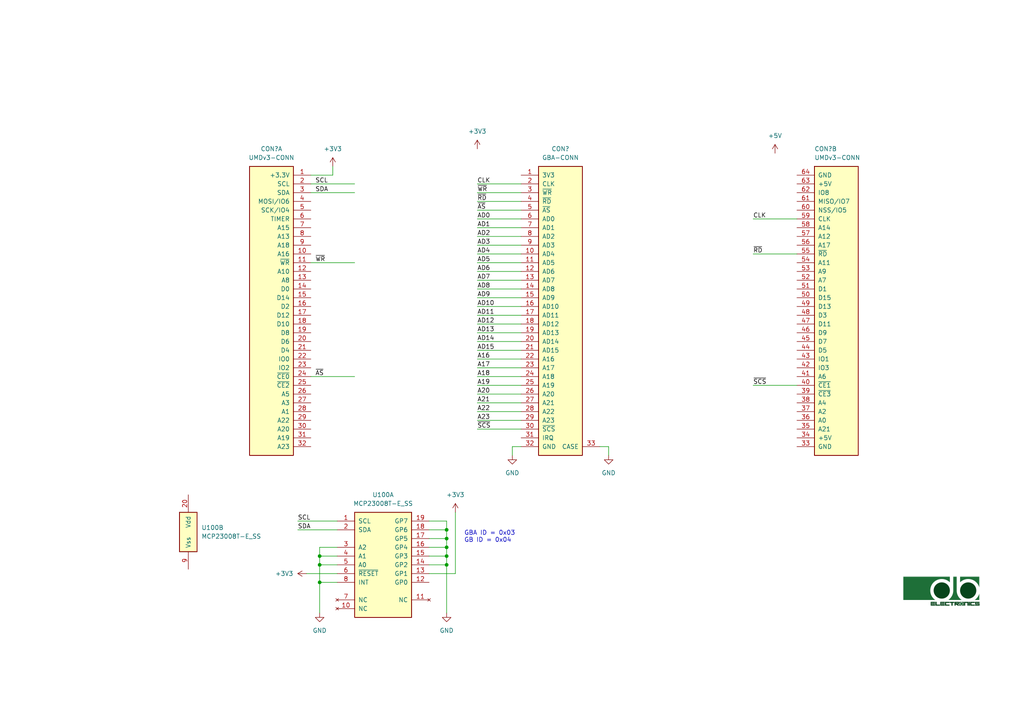
<source format=kicad_sch>
(kicad_sch (version 20230121) (generator eeschema)
  (paper "A4")
  (title_block (title "GBA UMDv3 Cartridge Adapter") (date "2023-12-17") (rev "0.1") (company "db Electronics") (comment 1 "https://github.com/db-electronics/UMDv3-gba-kicad") (comment 2 "Licensed under CERN OHL v1.2") (comment 3 "Copyright René Richard 2023"))
  (lib_symbols
    (symbol "db-sem:MCP23008T-E_SS" (pin_names (offset 1.016))
      (property "Reference" "U" (at 2.54 3.81 0))
      (property "Value" "MCP23008T-E_SS" (at 8.89 1.27 0))
      (symbol "MCP23008T-E_SS_1_1"
        (rectangle (start 0 0) (end 16.51 -30.48) (stroke (width 0.254)) (fill (type background)))
        (pin input line (at -5.08 -2.54 0) (length 5.08) (name "SCL") (number "1"))
        (pin no_connect line (at -5.08 -27.94 0) (length 5.08) (name "NC") (number "10"))
        (pin no_connect line (at 21.59 -25.4 180) (length 5.08) (name "NC") (number "11"))
        (pin bidirectional line (at 21.59 -20.32 180) (length 5.08) (name "GP0") (number "12"))
        (pin bidirectional line (at 21.59 -17.78 180) (length 5.08) (name "GP1") (number "13"))
        (pin bidirectional line (at 21.59 -15.24 180) (length 5.08) (name "GP2") (number "14"))
        (pin bidirectional line (at 21.59 -12.7 180) (length 5.08) (name "GP3") (number "15"))
        (pin bidirectional line (at 21.59 -10.16 180) (length 5.08) (name "GP4") (number "16"))
        (pin bidirectional line (at 21.59 -7.62 180) (length 5.08) (name "GP5") (number "17"))
        (pin bidirectional line (at 21.59 -5.08 180) (length 5.08) (name "GP6") (number "18"))
        (pin bidirectional line (at 21.59 -2.54 180) (length 5.08) (name "GP7") (number "19"))
        (pin bidirectional line (at -5.08 -5.08 0) (length 5.08) (name "SDA") (number "2"))
        (pin input line (at -5.08 -10.16 0) (length 5.08) (name "A2") (number "3"))
        (pin input line (at -5.08 -12.7 0) (length 5.08) (name "A1") (number "4"))
        (pin input line (at -5.08 -15.24 0) (length 5.08) (name "A0") (number "5"))
        (pin input line (at -5.08 -17.78 0) (length 5.08) (name "~{RESET}") (number "6"))
        (pin no_connect line (at -5.08 -25.4 0) (length 5.08) (name "NC") (number "7"))
        (pin output line (at -5.08 -20.32 0) (length 5.08) (name "INT") (number "8"))
      )
      (symbol "MCP23008T-E_SS_2_1"
        (rectangle (start 0 0) (end 5.08 -11.43) (stroke (width 0.254)) (fill (type background)))
        (pin power_in line (at 2.54 5.08 270) (length 5.08) (name "Vdd") (number "20"))
        (pin power_in line (at 2.54 -16.51 90) (length 5.08) (name "Vss") (number "9"))
      )
    )
    (symbol "db-vgparts:GBA-CONN" (pin_names (offset 1.016))
      (property "Reference" "CON" (at 2.54 1.27 0))
      (property "Value" "GBA-CONN" (at 8.89 3.81 0))
      (symbol "GBA-CONN_0_1"
        (rectangle (start 0 0) (end 12.7 -83.82) (stroke (width 0.254)) (fill (type background)))
      )
      (symbol "GBA-CONN_1_1"
        (pin power_in line (at -5.08 -2.54 0) (length 5.08) (name "3V3") (number "1"))
        (pin bidirectional line (at -5.08 -25.4 0) (length 5.08) (name "AD4") (number "10"))
        (pin bidirectional line (at -5.08 -27.94 0) (length 5.08) (name "AD5") (number "11"))
        (pin bidirectional line (at -5.08 -30.48 0) (length 5.08) (name "AD6") (number "12"))
        (pin bidirectional line (at -5.08 -33.02 0) (length 5.08) (name "AD7") (number "13"))
        (pin bidirectional line (at -5.08 -35.56 0) (length 5.08) (name "AD8") (number "14"))
        (pin bidirectional line (at -5.08 -38.1 0) (length 5.08) (name "AD9") (number "15"))
        (pin bidirectional line (at -5.08 -40.64 0) (length 5.08) (name "AD10") (number "16"))
        (pin bidirectional line (at -5.08 -43.18 0) (length 5.08) (name "AD11") (number "17"))
        (pin bidirectional line (at -5.08 -45.72 0) (length 5.08) (name "AD12") (number "18"))
        (pin bidirectional line (at -5.08 -48.26 0) (length 5.08) (name "AD13") (number "19"))
        (pin input line (at -5.08 -5.08 0) (length 5.08) (name "CLK") (number "2"))
        (pin bidirectional line (at -5.08 -50.8 0) (length 5.08) (name "AD14") (number "20"))
        (pin bidirectional line (at -5.08 -53.34 0) (length 5.08) (name "AD15") (number "21"))
        (pin input line (at -5.08 -55.88 0) (length 5.08) (name "A16") (number "22"))
        (pin input line (at -5.08 -58.42 0) (length 5.08) (name "A17") (number "23"))
        (pin input line (at -5.08 -60.96 0) (length 5.08) (name "A18") (number "24"))
        (pin input line (at -5.08 -63.5 0) (length 5.08) (name "A19") (number "25"))
        (pin input line (at -5.08 -66.04 0) (length 5.08) (name "A20") (number "26"))
        (pin input line (at -5.08 -68.58 0) (length 5.08) (name "A21") (number "27"))
        (pin input line (at -5.08 -71.12 0) (length 5.08) (name "A22") (number "28"))
        (pin input line (at -5.08 -73.66 0) (length 5.08) (name "A23") (number "29"))
        (pin input line (at -5.08 -7.62 0) (length 5.08) (name "~{WR}") (number "3"))
        (pin input line (at -5.08 -76.2 0) (length 5.08) (name "~{SCS}") (number "30"))
        (pin input line (at -5.08 -78.74 0) (length 5.08) (name "IRQ") (number "31"))
        (pin power_in line (at -5.08 -81.28 0) (length 5.08) (name "GND") (number "32"))
        (pin passive line (at 17.78 -81.28 180) (length 5.08) (name "CASE") (number "33"))
        (pin input line (at -5.08 -10.16 0) (length 5.08) (name "~{RD}") (number "4"))
        (pin input line (at -5.08 -12.7 0) (length 5.08) (name "~{AS}") (number "5"))
        (pin bidirectional line (at -5.08 -15.24 0) (length 5.08) (name "AD0") (number "6"))
        (pin bidirectional line (at -5.08 -17.78 0) (length 5.08) (name "AD1") (number "7"))
        (pin bidirectional line (at -5.08 -20.32 0) (length 5.08) (name "AD2") (number "8"))
        (pin bidirectional line (at -5.08 -22.86 0) (length 5.08) (name "AD3") (number "9"))
      )
    )
    (symbol "db-vgparts:UMDv3-CONN" (pin_names (offset 1.016))
      (property "Reference" "CON" (at 3.81 87.63 0))
      (property "Value" "UMDv3-CONN" (at 7.62 85.09 0))
      (symbol "UMDv3-CONN_0_1"
        (rectangle (start 0 83.82) (end 12.7 0) (stroke (width 0.254)) (fill (type background)))
      )
      (symbol "UMDv3-CONN_1_1"
        (pin power_in line (at -5.08 81.28 0) (length 5.08) (name "+3.3V") (number "1"))
        (pin passive line (at -5.08 58.42 0) (length 5.08) (name "A16") (number "10"))
        (pin passive line (at -5.08 55.88 0) (length 5.08) (name "~{WR}") (number "11"))
        (pin passive line (at -5.08 53.34 0) (length 5.08) (name "A10") (number "12"))
        (pin passive line (at -5.08 50.8 0) (length 5.08) (name "A8") (number "13"))
        (pin passive line (at -5.08 48.26 0) (length 5.08) (name "D0") (number "14"))
        (pin passive line (at -5.08 45.72 0) (length 5.08) (name "D14") (number "15"))
        (pin passive line (at -5.08 43.18 0) (length 5.08) (name "D2") (number "16"))
        (pin passive line (at -5.08 40.64 0) (length 5.08) (name "D12") (number "17"))
        (pin passive line (at -5.08 38.1 0) (length 5.08) (name "D10") (number "18"))
        (pin passive line (at -5.08 35.56 0) (length 5.08) (name "D8") (number "19"))
        (pin passive line (at -5.08 78.74 0) (length 5.08) (name "SCL") (number "2"))
        (pin passive line (at -5.08 33.02 0) (length 5.08) (name "D6") (number "20"))
        (pin passive line (at -5.08 30.48 0) (length 5.08) (name "D4") (number "21"))
        (pin passive line (at -5.08 27.94 0) (length 5.08) (name "IO0") (number "22"))
        (pin passive line (at -5.08 25.4 0) (length 5.08) (name "IO2") (number "23"))
        (pin passive line (at -5.08 22.86 0) (length 5.08) (name "~{CE0}") (number "24"))
        (pin passive line (at -5.08 20.32 0) (length 5.08) (name "~{CE2}") (number "25"))
        (pin passive line (at -5.08 17.78 0) (length 5.08) (name "A5") (number "26"))
        (pin passive line (at -5.08 15.24 0) (length 5.08) (name "A3") (number "27"))
        (pin passive line (at -5.08 12.7 0) (length 5.08) (name "A1") (number "28"))
        (pin passive line (at -5.08 10.16 0) (length 5.08) (name "A22") (number "29"))
        (pin passive line (at -5.08 76.2 0) (length 5.08) (name "SDA") (number "3"))
        (pin passive line (at -5.08 7.62 0) (length 5.08) (name "A20") (number "30"))
        (pin passive line (at -5.08 5.08 0) (length 5.08) (name "A19") (number "31"))
        (pin passive line (at -5.08 2.54 0) (length 5.08) (name "A23") (number "32"))
        (pin passive line (at -5.08 73.66 0) (length 5.08) (name "MOSI/IO6") (number "4"))
        (pin passive line (at -5.08 71.12 0) (length 5.08) (name "SCK/IO4") (number "5"))
        (pin passive line (at -5.08 68.58 0) (length 5.08) (name "TIMER") (number "6"))
        (pin passive line (at -5.08 66.04 0) (length 5.08) (name "A15") (number "7"))
        (pin passive line (at -5.08 63.5 0) (length 5.08) (name "A13") (number "8"))
        (pin passive line (at -5.08 60.96 0) (length 5.08) (name "A18") (number "9"))
      )
      (symbol "UMDv3-CONN_2_1"
        (pin power_in line (at -5.08 2.54 0) (length 5.08) (name "GND") (number "33"))
        (pin power_in line (at -5.08 5.08 0) (length 5.08) (name "+5V") (number "34"))
        (pin passive line (at -5.08 7.62 0) (length 5.08) (name "A21") (number "35"))
        (pin passive line (at -5.08 10.16 0) (length 5.08) (name "A0") (number "36"))
        (pin passive line (at -5.08 12.7 0) (length 5.08) (name "A2") (number "37"))
        (pin passive line (at -5.08 15.24 0) (length 5.08) (name "A4") (number "38"))
        (pin passive line (at -5.08 17.78 0) (length 5.08) (name "~{CE3}") (number "39"))
        (pin passive line (at -5.08 20.32 0) (length 5.08) (name "~{CE1}") (number "40"))
        (pin passive line (at -5.08 22.86 0) (length 5.08) (name "A6") (number "41"))
        (pin passive line (at -5.08 25.4 0) (length 5.08) (name "IO3") (number "42"))
        (pin passive line (at -5.08 27.94 0) (length 5.08) (name "IO1") (number "43"))
        (pin passive line (at -5.08 30.48 0) (length 5.08) (name "D5") (number "44"))
        (pin passive line (at -5.08 33.02 0) (length 5.08) (name "D7") (number "45"))
        (pin passive line (at -5.08 35.56 0) (length 5.08) (name "D9") (number "46"))
        (pin passive line (at -5.08 38.1 0) (length 5.08) (name "D11") (number "47"))
        (pin passive line (at -5.08 40.64 0) (length 5.08) (name "D3") (number "48"))
        (pin passive line (at -5.08 43.18 0) (length 5.08) (name "D13") (number "49"))
        (pin passive line (at -5.08 45.72 0) (length 5.08) (name "D15") (number "50"))
        (pin passive line (at -5.08 48.26 0) (length 5.08) (name "D1") (number "51"))
        (pin passive line (at -5.08 50.8 0) (length 5.08) (name "A7") (number "52"))
        (pin passive line (at -5.08 53.34 0) (length 5.08) (name "A9") (number "53"))
        (pin passive line (at -5.08 55.88 0) (length 5.08) (name "A11") (number "54"))
        (pin passive line (at -5.08 58.42 0) (length 5.08) (name "~{RD}") (number "55"))
        (pin passive line (at -5.08 60.96 0) (length 5.08) (name "A17") (number "56"))
        (pin passive line (at -5.08 63.5 0) (length 5.08) (name "A12") (number "57"))
        (pin passive line (at -5.08 66.04 0) (length 5.08) (name "A14") (number "58"))
        (pin passive line (at -5.08 68.58 0) (length 5.08) (name "CLK") (number "59"))
        (pin passive line (at -5.08 71.12 0) (length 5.08) (name "NSS/IO5") (number "60"))
        (pin passive line (at -5.08 73.66 0) (length 5.08) (name "MISO/IO7") (number "61"))
        (pin passive line (at -5.08 76.2 0) (length 5.08) (name "IO8") (number "62"))
        (pin power_in line (at -5.08 78.74 0) (length 5.08) (name "+5V") (number "63"))
        (pin power_in line (at -5.08 81.28 0) (length 5.08) (name "GND") (number "64"))
      )
    )
    (symbol "power:+3.3V" (power) (pin_names (offset 0))
      (property "Value" "+3.3V" (at 0 3.556 0))
      (symbol "+3.3V_0_1"
        (polyline (pts (xy -0.762 1.27) (xy 0 2.54)))
        (polyline (pts (xy 0 0) (xy 0 2.54)))
        (polyline (pts (xy 0 2.54) (xy 0.762 1.27)))
      )
      (symbol "+3.3V_1_1"
        (pin power_in line (at 0 0 90) (length 0) hide (name "+3V3") (number "1"))
      )
    )
    (symbol "power:+5V" (power) (pin_names (offset 0))
      (property "Value" "+5V" (at 0 3.556 0))
      (symbol "+5V_0_1"
        (polyline (pts (xy -0.762 1.27) (xy 0 2.54)))
        (polyline (pts (xy 0 0) (xy 0 2.54)))
        (polyline (pts (xy 0 2.54) (xy 0.762 1.27)))
      )
      (symbol "+5V_1_1"
        (pin power_in line (at 0 0 90) (length 0) hide (name "+5V") (number "1"))
      )
    )
    (symbol "power:GND" (power) (pin_names (offset 0))
      (property "Value" "GND" (at 0 -3.81 0))
      (symbol "GND_0_1"
        (polyline (pts (xy 0 0) (xy 0 -1.27) (xy 1.27 -1.27) (xy 0 -2.54) (xy -1.27 -1.27) (xy 0 -1.27)))
      )
      (symbol "GND_1_1"
        (pin power_in line (at 0 0 270) (length 0) hide (name "GND") (number "1"))
      )
    )
  )
  (junction (at 92.71 163.83))
  (junction (at 129.54 153.67))
  (junction (at 129.54 158.75))
  (junction (at 92.71 168.91))
  (junction (at 129.54 156.21))
  (junction (at 129.54 163.83))
  (junction (at 92.71 161.29))
  (junction (at 129.54 161.29))
  (wire (pts (xy 138.43 73.66) (xy 151.13 73.66)))
  (wire (pts (xy 124.46 151.13) (xy 129.54 151.13)))
  (wire (pts (xy 138.43 93.98) (xy 151.13 93.98)))
  (wire (pts (xy 138.43 53.34) (xy 151.13 53.34)))
  (wire (pts (xy 90.17 53.34) (xy 102.87 53.34)))
  (wire (pts (xy 138.43 121.92) (xy 151.13 121.92)))
  (wire (pts (xy 138.43 101.6) (xy 151.13 101.6)))
  (wire (pts (xy 138.43 55.88) (xy 151.13 55.88)))
  (wire (pts (xy 129.54 153.67) (xy 129.54 156.21)))
  (wire (pts (xy 138.43 91.44) (xy 151.13 91.44)))
  (wire (pts (xy 132.08 148.59) (xy 132.08 166.37)))
  (wire (pts (xy 138.43 109.22) (xy 151.13 109.22)))
  (wire (pts (xy 92.71 168.91) (xy 97.79 168.91)))
  (wire (pts (xy 124.46 161.29) (xy 129.54 161.29)))
  (wire (pts (xy 151.13 129.54) (xy 148.59 129.54)))
  (wire (pts (xy 92.71 163.83) (xy 92.71 168.91)))
  (wire (pts (xy 92.71 168.91) (xy 92.71 177.8)))
  (wire (pts (xy 138.43 58.42) (xy 151.13 58.42)))
  (wire (pts (xy 173.99 129.54) (xy 176.53 129.54)))
  (wire (pts (xy 138.43 71.12) (xy 151.13 71.12)))
  (wire (pts (xy 148.59 129.54) (xy 148.59 132.08)))
  (wire (pts (xy 88.9 166.37) (xy 97.79 166.37)))
  (wire (pts (xy 92.71 161.29) (xy 92.71 163.83)))
  (wire (pts (xy 90.17 76.2) (xy 102.87 76.2)))
  (wire (pts (xy 86.36 153.67) (xy 97.79 153.67)))
  (wire (pts (xy 138.43 60.96) (xy 151.13 60.96)))
  (wire (pts (xy 90.17 55.88) (xy 102.87 55.88)))
  (wire (pts (xy 90.17 50.8) (xy 96.52 50.8)))
  (wire (pts (xy 92.71 158.75) (xy 92.71 161.29)))
  (wire (pts (xy 90.17 109.22) (xy 102.87 109.22)))
  (wire (pts (xy 138.43 99.06) (xy 151.13 99.06)))
  (wire (pts (xy 92.71 161.29) (xy 97.79 161.29)))
  (wire (pts (xy 138.43 119.38) (xy 151.13 119.38)))
  (wire (pts (xy 92.71 163.83) (xy 97.79 163.83)))
  (wire (pts (xy 138.43 116.84) (xy 151.13 116.84)))
  (wire (pts (xy 124.46 158.75) (xy 129.54 158.75)))
  (wire (pts (xy 132.08 166.37) (xy 124.46 166.37)))
  (wire (pts (xy 138.43 96.52) (xy 151.13 96.52)))
  (wire (pts (xy 129.54 161.29) (xy 129.54 163.83)))
  (wire (pts (xy 129.54 156.21) (xy 129.54 158.75)))
  (wire (pts (xy 138.43 106.68) (xy 151.13 106.68)))
  (wire (pts (xy 138.43 66.04) (xy 151.13 66.04)))
  (wire (pts (xy 124.46 163.83) (xy 129.54 163.83)))
  (wire (pts (xy 138.43 78.74) (xy 151.13 78.74)))
  (wire (pts (xy 138.43 76.2) (xy 151.13 76.2)))
  (wire (pts (xy 138.43 104.14) (xy 151.13 104.14)))
  (wire (pts (xy 218.44 73.66) (xy 231.14 73.66)))
  (wire (pts (xy 138.43 83.82) (xy 151.13 83.82)))
  (wire (pts (xy 138.43 63.5) (xy 151.13 63.5)))
  (wire (pts (xy 138.43 86.36) (xy 151.13 86.36)))
  (wire (pts (xy 138.43 111.76) (xy 151.13 111.76)))
  (wire (pts (xy 97.79 158.75) (xy 92.71 158.75)))
  (wire (pts (xy 129.54 151.13) (xy 129.54 153.67)))
  (wire (pts (xy 138.43 124.46) (xy 151.13 124.46)))
  (wire (pts (xy 138.43 88.9) (xy 151.13 88.9)))
  (wire (pts (xy 124.46 153.67) (xy 129.54 153.67)))
  (wire (pts (xy 96.52 50.8) (xy 96.52 48.26)))
  (wire (pts (xy 138.43 81.28) (xy 151.13 81.28)))
  (wire (pts (xy 218.44 111.76) (xy 231.14 111.76)))
  (wire (pts (xy 124.46 156.21) (xy 129.54 156.21)))
  (wire (pts (xy 138.43 68.58) (xy 151.13 68.58)))
  (wire (pts (xy 138.43 114.3) (xy 151.13 114.3)))
  (wire (pts (xy 129.54 158.75) (xy 129.54 161.29)))
  (wire (pts (xy 86.36 151.13) (xy 97.79 151.13)))
  (wire (pts (xy 176.53 129.54) (xy 176.53 132.08)))
  (wire (pts (xy 218.44 63.5) (xy 231.14 63.5)))
  (wire (pts (xy 129.54 163.83) (xy 129.54 177.8)))
  (image (at 273.05 171.45) (scale 0.319024))
  (text "GBA ID = 0x03\nGB ID = 0x04" (at 134.62 157.48 0) (effects (font (size 1.27 1.27)) (justify left bottom)))
  (label "~{AS}" (at 138.43 60.96 0))
  (label "AD15" (at 138.43 101.6 0))
  (label "AD7" (at 138.43 81.28 0))
  (label "A21" (at 138.43 116.84 0))
  (label "~{SCS}" (at 138.43 124.46 0))
  (label "AD5" (at 138.43 76.2 0))
  (label "AD11" (at 138.43 91.44 0))
  (label "SCL" (at 91.44 53.34 0))
  (label "AD2" (at 138.43 68.58 0))
  (label "CLK" (at 218.44 63.5 0))
  (label "AD3" (at 138.43 71.12 0))
  (label "SCL" (at 86.36 151.13 0))
  (label "AD8" (at 138.43 83.82 0))
  (label "A19" (at 138.43 111.76 0))
  (label "A20" (at 138.43 114.3 0))
  (label "A22" (at 138.43 119.38 0))
  (label "AD6" (at 138.43 78.74 0))
  (label "AD12" (at 138.43 93.98 0))
  (label "~{WR}" (at 91.44 76.2 0))
  (label "AD14" (at 138.43 99.06 0))
  (label "~{WR}" (at 138.43 55.88 0))
  (label "AD13" (at 138.43 96.52 0))
  (label "SDA" (at 86.36 153.67 0))
  (label "SDA" (at 91.44 55.88 0))
  (label "AD4" (at 138.43 73.66 0))
  (label "AD9" (at 138.43 86.36 0))
  (label "AD10" (at 138.43 88.9 0))
  (label "AD0" (at 138.43 63.5 0))
  (label "A17" (at 138.43 106.68 0))
  (label "~{RD}" (at 218.44 73.66 0))
  (label "A16" (at 138.43 104.14 0))
  (label "AD1" (at 138.43 66.04 0))
  (label "CLK" (at 138.43 53.34 0))
  (label "~{SCS}" (at 218.44 111.76 0))
  (label "~{AS}" (at 91.44 109.22 0))
  (label "A18" (at 138.43 109.22 0))
  (label "A23" (at 138.43 121.92 0))
  (label "~{RD}" (at 138.43 58.42 0))
  (symbol (lib_id "power:GND") (at 148.59 132.08 0) (unit 1)
    (property "Reference" "#PWR0103" (effects hide))
    (property "Value" "GND" (at 148.59 137.16 0))
  )
  (symbol (lib_id "power:+5V") (at 224.79 44.45 0) (unit 1)
    (property "Reference" "#PWR0102" (effects hide))
    (property "Value" "+5V" (at 224.79 39.37 0))
  )
  (symbol (lib_id "db-vgparts:UMDv3-CONN") (at 236.22 132.08 0) (unit 2)
    (property "Reference" "CON?" (at 236.22 43.18 0) (effects (justify left)))
    (property "Value" "UMDv3-CONN" (at 236.22 45.72 0) (effects (justify left)))
    (property "Footprint" "db-thparts:UMDv3-CONN-DIP64" (effects hide))
    (property "Datasheet" "http://suddendocs.samtec.com/prints/ssw-1xx-xx-xxx-x-xx-xxx-xx-mkt.pdf" (effects hide))
    (property "Digikey" "SAM1211-32-ND" (effects hide))
    (property "Description" "CONN RCPT 32POS 0.1 GOLD PCB" (effects hide))
  )
  (symbol (lib_id "db-vgparts:GBA-CONN") (at 156.21 48.26 0) (unit 1)
    (property "Reference" "CON?" (at 162.56 43.18 0))
    (property "Value" "GBA-CONN" (at 162.56 45.72 0))
    (property "Footprint" "db-smt:GBA-CONN" (effects hide))
    (property "Digikey" "#ND" (effects hide))
    (property "Description" "GBA CARTRIDGE CONNECTOR" (effects hide))
  )
  (symbol (lib_id "power:GND") (at 176.53 132.08 0) (unit 1)
    (property "Reference" "#PWR0104" (effects hide))
    (property "Value" "GND" (at 176.53 137.16 0))
  )
  (symbol (lib_id "power:GND") (at 92.71 177.8 0) (unit 1)
    (property "Reference" "#PWR02" (effects hide))
    (property "Value" "GND" (at 92.71 182.88 0))
  )
  (symbol (lib_id "db-vgparts:UMDv3-CONN") (at 85.09 132.08 0) (mirror y) (unit 1)
    (property "Reference" "CON?" (at 78.74 43.18 0))
    (property "Value" "UMDv3-CONN" (at 78.74 45.72 0))
    (property "Footprint" "db-thparts:UMDv3-CONN-DIP64" (effects hide))
    (property "Datasheet" "http://suddendocs.samtec.com/prints/ssw-1xx-xx-xxx-x-xx-xxx-xx-mkt.pdf" (effects hide))
    (property "Digikey" "SAM1211-32-ND" (effects hide))
    (property "Description" "CONN RCPT 32POS 0.1 GOLD PCB" (effects hide))
  )
  (symbol (lib_id "power:GND") (at 129.54 177.8 0) (unit 1)
    (property "Reference" "#PWR05" (effects hide))
    (property "Value" "GND" (at 129.54 182.88 0))
  )
  (symbol (lib_id "power:+3.3V") (at 138.43 43.18 0) (unit 1)
    (property "Reference" "#PWR0101" (effects hide))
    (property "Value" "+3.3V" (at 138.43 38.1 0))
  )
  (symbol (lib_id "db-sem:MCP23008T-E_SS") (at 52.07 148.59 0) (unit 2)
    (property "Reference" "U100" (at 58.42 153.035 0) (effects (justify left)))
    (property "Value" "MCP23008T-E_SS" (at 58.42 155.575 0) (effects (justify left)))
    (property "Footprint" "db-smt:SSOP-20" (effects hide))
    (property "Datasheet" "http://www.microchip.com/mymicrochip/filehandler.aspx?ddocname=en021920" (effects hide))
    (property "Digikey" "MCP23008T-E/SSCT-ND" (effects hide))
    (property "Description" "IC I/O EXPANDER 8BIT I2C 20-SSOP" (effects hide))
  )
  (symbol (lib_id "power:+3.3V") (at 96.52 48.26 0) (unit 1)
    (property "Reference" "#PWR01" (effects hide))
    (property "Value" "+3.3V" (at 96.52 43.18 0))
  )
  (symbol (lib_id "db-sem:MCP23008T-E_SS") (at 102.87 148.59 0) (unit 1)
    (property "Reference" "U100" (at 111.125 143.51 0))
    (property "Value" "MCP23008T-E_SS" (at 111.125 146.05 0))
    (property "Footprint" "db-smt:SSOP-20" (effects hide))
    (property "Datasheet" "http://www.microchip.com/mymicrochip/filehandler.aspx?ddocname=en021920" (effects hide))
    (property "Digikey" "MCP23008T-E/SSCT-ND" (effects hide))
    (property "Description" "IC I/O EXPANDER 8BIT I2C 20-SSOP" (effects hide))
  )
  (symbol (lib_id "power:+3.3V") (at 88.9 166.37 90) (unit 1)
    (property "Reference" "#PWR03" (effects hide))
    (property "Value" "+3.3V" (at 85.09 166.37 90) (effects (justify left)))
  )
  (symbol (lib_id "power:+3.3V") (at 132.08 148.59 0) (unit 1)
    (property "Reference" "#PWR04" (effects hide))
    (property "Value" "+3.3V" (at 132.08 143.51 0))
  )
)
</source>
